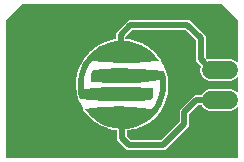
<source format=gbr>
G04 EAGLE Gerber RS-274X export*
G75*
%MOMM*%
%FSLAX34Y34*%
%LPD*%
%INTop Copper*%
%IPPOS*%
%AMOC8*
5,1,8,0,0,1.08239X$1,22.5*%
G01*
G04 Define Apertures*
%ADD10C,1.524000*%
%ADD11R,1.270000X0.635000*%
%ADD12C,0.500000*%
G36*
X98267Y-61970D02*
X97970Y-62031D01*
X-97182Y-62031D01*
X-97456Y-61979D01*
X-97712Y-61816D01*
X-97883Y-61566D01*
X-97944Y-61269D01*
X-97944Y54285D01*
X-97888Y54571D01*
X-97720Y54824D01*
X-84118Y68426D01*
X-83877Y68589D01*
X-83580Y68649D01*
X84368Y68649D01*
X84654Y68594D01*
X84907Y68426D01*
X98509Y54824D01*
X98671Y54583D01*
X98732Y54285D01*
X98732Y19851D01*
X98685Y19588D01*
X98526Y19330D01*
X98278Y19154D01*
X97982Y19089D01*
X97684Y19145D01*
X97431Y19312D01*
X96292Y20452D01*
X92931Y21844D01*
X74053Y21844D01*
X73600Y21656D01*
X73320Y21598D01*
X73022Y21654D01*
X72769Y21821D01*
X71557Y23034D01*
X71394Y23275D01*
X71334Y23572D01*
X71334Y41037D01*
X57547Y54824D01*
X5953Y54824D01*
X-4794Y44077D01*
X-4794Y39253D01*
X-4812Y39087D01*
X-4936Y38810D01*
X-5158Y38603D01*
X-5443Y38500D01*
X-8696Y38012D01*
X-8987Y37944D01*
X-13677Y36464D01*
X-13990Y36333D01*
X-18695Y33856D01*
X-18842Y33770D01*
X-23055Y31045D01*
X-23274Y30879D01*
X-24770Y29570D01*
X-24815Y29534D01*
X-25367Y29120D01*
X-25408Y29085D01*
X-25974Y28519D01*
X-26011Y28484D01*
X-27234Y27414D01*
X-27419Y27228D01*
X-28404Y26091D01*
X-28441Y26051D01*
X-29085Y25408D01*
X-29121Y25367D01*
X-29665Y24640D01*
X-29699Y24598D01*
X-30634Y23518D01*
X-30794Y23305D01*
X-31611Y22043D01*
X-31641Y22000D01*
X-32237Y21204D01*
X-32266Y21158D01*
X-32700Y20363D01*
X-32729Y20314D01*
X-33516Y19099D01*
X-33638Y18880D01*
X-34464Y17136D01*
X-34484Y17097D01*
X-34759Y16594D01*
X-34781Y16544D01*
X-34907Y16208D01*
X-34932Y16148D01*
X-35865Y14178D01*
X-35968Y13910D01*
X-37452Y8964D01*
X-37511Y8699D01*
X-38254Y3746D01*
X-38273Y3553D01*
X-38521Y-1649D01*
X-38514Y-1930D01*
X-38020Y-6865D01*
X-37949Y-7223D01*
X-36470Y-12154D01*
X-36350Y-12450D01*
X-36196Y-12689D01*
X-36000Y-12895D01*
X-35846Y-13006D01*
X-35578Y-13358D01*
X-34666Y-15802D01*
X-34644Y-15851D01*
X-32594Y-19605D01*
X-32503Y-20016D01*
X-32520Y-20300D01*
X-32484Y-20582D01*
X-32400Y-20842D01*
X-32182Y-21213D01*
X-28976Y-25406D01*
X-28810Y-25596D01*
X-25097Y-29309D01*
X-24893Y-29485D01*
X-20935Y-32454D01*
X-20717Y-32595D01*
X-16266Y-35068D01*
X-16000Y-35190D01*
X-11296Y-36923D01*
X-11100Y-36983D01*
X-6147Y-38222D01*
X-5874Y-38269D01*
X-4210Y-38436D01*
X-4011Y-38483D01*
X-3756Y-38646D01*
X-3584Y-38897D01*
X-3524Y-39194D01*
X-3524Y-46617D01*
X4683Y-54824D01*
X37227Y-54824D01*
X57364Y-34687D01*
X57364Y-24842D01*
X57420Y-24556D01*
X57587Y-24304D01*
X64944Y-16947D01*
X65185Y-16784D01*
X65482Y-16724D01*
X67132Y-16724D01*
X67412Y-16777D01*
X67667Y-16943D01*
X67836Y-17194D01*
X68120Y-17880D01*
X70692Y-20452D01*
X74053Y-21844D01*
X92931Y-21844D01*
X96292Y-20452D01*
X97431Y-19312D01*
X97650Y-19159D01*
X97946Y-19090D01*
X98245Y-19140D01*
X98500Y-19304D01*
X98671Y-19554D01*
X98732Y-19851D01*
X98732Y-61269D01*
X98681Y-61543D01*
X98517Y-61799D01*
X98267Y-61970D01*
G37*
G36*
X33875Y-46716D02*
X33578Y-46776D01*
X8332Y-46776D01*
X8046Y-46720D01*
X7794Y-46553D01*
X4747Y-43506D01*
X4584Y-43265D01*
X4524Y-42968D01*
X4524Y-39194D01*
X4542Y-39027D01*
X4666Y-38751D01*
X4888Y-38544D01*
X5173Y-38440D01*
X9696Y-37762D01*
X9987Y-37694D01*
X11981Y-37065D01*
X12048Y-37047D01*
X13802Y-36665D01*
X13854Y-36650D01*
X18557Y-34896D01*
X18606Y-34873D01*
X23011Y-32468D01*
X23057Y-32439D01*
X27075Y-29431D01*
X27116Y-29395D01*
X30665Y-25846D01*
X30701Y-25805D01*
X33709Y-21787D01*
X33738Y-21741D01*
X36143Y-17336D01*
X36166Y-17287D01*
X37920Y-12584D01*
X37935Y-12532D01*
X39002Y-7628D01*
X39010Y-7574D01*
X39369Y-2554D01*
X39370Y-2526D01*
X39370Y-1288D01*
X39371Y-1252D01*
X39521Y1899D01*
X39514Y2180D01*
X39020Y7115D01*
X38949Y7473D01*
X37470Y12404D01*
X37350Y12700D01*
X37196Y12939D01*
X36987Y13159D01*
X36826Y13418D01*
X35936Y15802D01*
X35914Y15851D01*
X33608Y20075D01*
X33516Y20486D01*
X33520Y20550D01*
X33484Y20832D01*
X33400Y21092D01*
X33182Y21463D01*
X29976Y25656D01*
X29810Y25846D01*
X26097Y29559D01*
X25893Y29735D01*
X21935Y32704D01*
X21717Y32845D01*
X17266Y35318D01*
X17000Y35440D01*
X12296Y37173D01*
X12100Y37233D01*
X7147Y38472D01*
X6874Y38519D01*
X3940Y38813D01*
X3741Y38860D01*
X3486Y39023D01*
X3314Y39274D01*
X3254Y39571D01*
X3254Y40428D01*
X3310Y40714D01*
X3477Y40966D01*
X9064Y46553D01*
X9305Y46716D01*
X9602Y46776D01*
X53898Y46776D01*
X54184Y46720D01*
X54436Y46553D01*
X63063Y37926D01*
X63226Y37685D01*
X63286Y37388D01*
X63286Y19923D01*
X66943Y16267D01*
X67103Y16031D01*
X67166Y15734D01*
X67108Y15436D01*
X66728Y14519D01*
X66728Y10881D01*
X68120Y7520D01*
X70692Y4948D01*
X74053Y3556D01*
X92931Y3556D01*
X96292Y4948D01*
X97431Y6088D01*
X97650Y6241D01*
X97946Y6310D01*
X98245Y6260D01*
X98500Y6096D01*
X98671Y5846D01*
X98732Y5549D01*
X98732Y-5549D01*
X98685Y-5812D01*
X98526Y-6070D01*
X98278Y-6246D01*
X97982Y-6311D01*
X97684Y-6255D01*
X97431Y-6088D01*
X96292Y-4948D01*
X92931Y-3556D01*
X74053Y-3556D01*
X70692Y-4948D01*
X68120Y-7520D01*
X67836Y-8206D01*
X67679Y-8444D01*
X67429Y-8616D01*
X67132Y-8676D01*
X61833Y-8676D01*
X49316Y-21193D01*
X49316Y-31038D01*
X49260Y-31324D01*
X49093Y-31576D01*
X34116Y-46553D01*
X33875Y-46716D01*
G37*
G36*
X32000Y20500D02*
X18000Y19000D01*
X12000Y18750D01*
X3500Y18500D01*
X-5000Y18750D01*
X-10000Y19000D01*
X-14750Y19500D01*
X-24750Y20500D01*
X-27250Y17000D01*
X-29250Y13250D01*
X-30750Y9250D01*
X-31500Y5000D01*
X-32000Y750D01*
X-31750Y-3500D01*
X-12500Y-1750D01*
X-5000Y-1750D01*
X7250Y-1500D01*
X26500Y-2250D01*
X27000Y-5000D01*
X26750Y-7750D01*
X26250Y-10250D01*
X25250Y-12750D01*
X15000Y-13250D01*
X5000Y-13750D01*
X-15000Y-13250D01*
X-35000Y-11750D01*
X-36500Y-6750D01*
X-37000Y-1750D01*
X-36750Y3500D01*
X-36000Y8500D01*
X-34500Y13500D01*
X-32250Y18250D01*
X-29500Y22500D01*
X-26250Y26250D01*
X-22250Y29750D01*
X-18000Y32500D01*
X-13250Y35000D01*
X-8500Y36500D01*
X-3500Y37250D01*
X1750Y37500D01*
X6750Y37000D01*
X11750Y35750D01*
X16500Y34000D01*
X21000Y31500D01*
X25000Y28500D01*
X28750Y24750D01*
X32000Y20500D01*
G37*
G36*
X32000Y20500D02*
X18000Y19000D01*
X12000Y18750D01*
X3500Y18500D01*
X-5000Y18750D01*
X-10000Y19000D01*
X-14750Y19500D01*
X-24750Y20500D01*
X-27250Y17000D01*
X-29250Y13250D01*
X-30750Y9250D01*
X-31500Y5000D01*
X-32000Y750D01*
X-31750Y-3500D01*
X-12500Y-1750D01*
X-5000Y-1750D01*
X7250Y-1500D01*
X26500Y-2250D01*
X27000Y-5000D01*
X26750Y-7750D01*
X26250Y-10250D01*
X25250Y-12750D01*
X15000Y-13250D01*
X5000Y-13750D01*
X-15000Y-13250D01*
X-35000Y-11750D01*
X-36500Y-6750D01*
X-37000Y-1750D01*
X-36750Y3500D01*
X-36000Y8500D01*
X-34500Y13500D01*
X-32250Y18250D01*
X-29500Y22500D01*
X-26250Y26250D01*
X-22250Y29750D01*
X-18000Y32500D01*
X-13250Y35000D01*
X-8500Y36500D01*
X-3500Y37250D01*
X1750Y37500D01*
X6750Y37000D01*
X11750Y35750D01*
X16500Y34000D01*
X21000Y31500D01*
X25000Y28500D01*
X28750Y24750D01*
X32000Y20500D01*
G37*
G36*
X-31000Y-20250D02*
X-17000Y-18750D01*
X-11000Y-18500D01*
X-2500Y-18250D01*
X6000Y-18500D01*
X11000Y-18750D01*
X15750Y-19250D01*
X25750Y-20250D01*
X28250Y-16750D01*
X30250Y-13000D01*
X31750Y-9000D01*
X32500Y-4750D01*
X33000Y-500D01*
X32750Y3750D01*
X13500Y2000D01*
X6000Y2000D01*
X-6250Y1750D01*
X-25500Y2500D01*
X-26000Y5250D01*
X-25750Y8000D01*
X-25250Y10500D01*
X-24250Y13000D01*
X-14000Y13500D01*
X-4000Y14000D01*
X16000Y13500D01*
X36000Y12000D01*
X37500Y7000D01*
X38000Y2000D01*
X37750Y-3250D01*
X37000Y-8250D01*
X35500Y-13250D01*
X33250Y-18000D01*
X30500Y-22250D01*
X27250Y-26000D01*
X23250Y-29500D01*
X19000Y-32250D01*
X14250Y-34750D01*
X9500Y-36250D01*
X4500Y-37000D01*
X-750Y-37250D01*
X-5750Y-36750D01*
X-10750Y-35500D01*
X-15500Y-33750D01*
X-20000Y-31250D01*
X-24000Y-28250D01*
X-27750Y-24500D01*
X-31000Y-20250D01*
G37*
G36*
X-31000Y-20250D02*
X-17000Y-18750D01*
X-11000Y-18500D01*
X-2500Y-18250D01*
X6000Y-18500D01*
X11000Y-18750D01*
X15750Y-19250D01*
X25750Y-20250D01*
X28250Y-16750D01*
X30250Y-13000D01*
X31750Y-9000D01*
X32500Y-4750D01*
X33000Y-500D01*
X32750Y3750D01*
X13500Y2000D01*
X6000Y2000D01*
X-6250Y1750D01*
X-25500Y2500D01*
X-26000Y5250D01*
X-25750Y8000D01*
X-25250Y10500D01*
X-24250Y13000D01*
X-14000Y13500D01*
X-4000Y14000D01*
X16000Y13500D01*
X36000Y12000D01*
X37500Y7000D01*
X38000Y2000D01*
X37750Y-3250D01*
X37000Y-8250D01*
X35500Y-13250D01*
X33250Y-18000D01*
X30500Y-22250D01*
X27250Y-26000D01*
X23250Y-29500D01*
X19000Y-32250D01*
X14250Y-34750D01*
X9500Y-36250D01*
X4500Y-37000D01*
X-750Y-37250D01*
X-5750Y-36750D01*
X-10750Y-35500D01*
X-15500Y-33750D01*
X-20000Y-31250D01*
X-24000Y-28250D01*
X-27750Y-24500D01*
X-31000Y-20250D01*
G37*
D10*
X91112Y-12700D02*
X75872Y-12700D01*
X75872Y12700D02*
X91112Y12700D01*
D11*
X-770Y28440D03*
X500Y-27440D03*
D12*
X500Y-44950D01*
X6350Y-50800D01*
X35560Y-50800D01*
X53340Y-33020D01*
X53340Y-22860D01*
X63500Y-12700D01*
X83492Y-12700D01*
X-770Y28440D02*
X-770Y42410D01*
X7620Y50800D01*
X55880Y50800D01*
X67310Y39370D01*
X67310Y21590D01*
X76200Y12700D01*
X83492Y12700D01*
M02*

</source>
